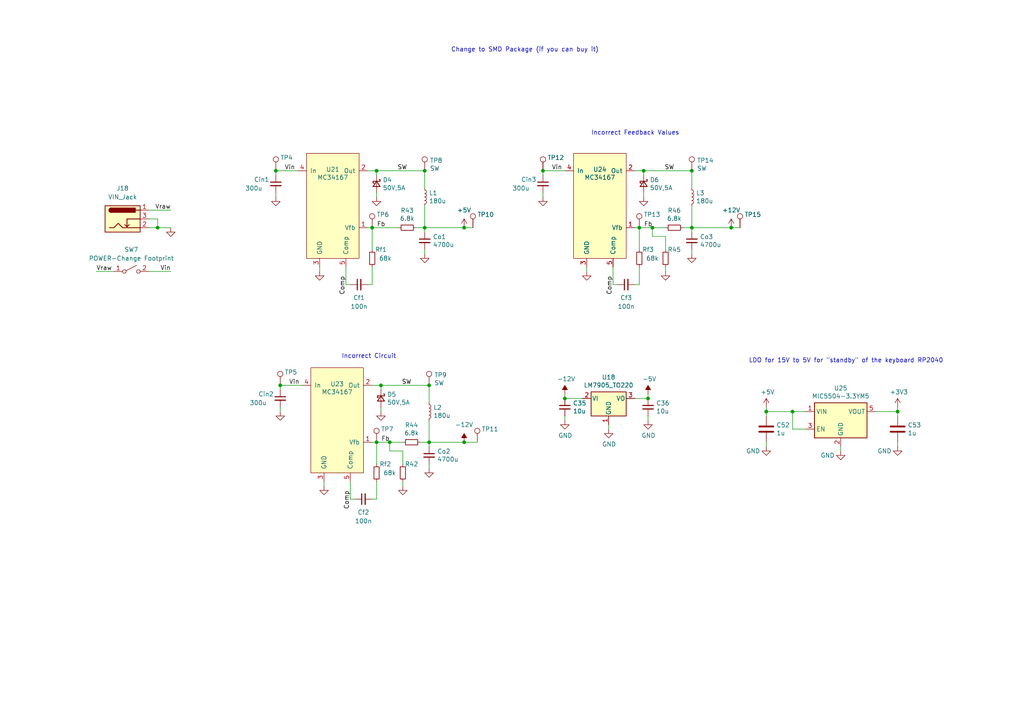
<source format=kicad_sch>
(kicad_sch (version 20211123) (generator eeschema)
  (paper "A4")
  (lib_symbols
    (symbol "Connector:Barrel_Jack_Switch" (pin_names hide)
      (property "Reference" "J" (at 0 5.334 0))
      (property "Value" "Barrel_Jack_Switch" (at 0 -5.08 0))
      (symbol "Barrel_Jack_Switch_0_1"
        (rectangle (start -5.08 3.81) (end 5.08 -3.81) (stroke (width 0.254)) (fill (type background)))
        (arc (start -3.302 3.175) (mid -3.937 2.54) (end -3.302 1.905) (stroke (width 0.254)))
        (arc (start -3.302 3.175) (mid -3.937 2.54) (end -3.302 1.905) (stroke (width 0.254)) (fill (type outline)))
        (polyline (pts (xy 1.27 -2.286) (xy 1.905 -1.651)) (stroke (width 0.254)))
        (polyline (pts (xy 5.08 2.54) (xy 3.81 2.54)) (stroke (width 0.254)))
        (polyline (pts (xy 5.08 0) (xy 1.27 0) (xy 1.27 -2.286) (xy 0.635 -1.651)) (stroke (width 0.254)))
        (polyline (pts (xy -3.81 -2.54) (xy -2.54 -2.54) (xy -1.27 -1.27) (xy 0 -2.54) (xy 2.54 -2.54) (xy 5.08 -2.54)) (stroke (width 0.254)))
        (rectangle (start 3.683 3.175) (end -3.302 1.905) (stroke (width 0.254)) (fill (type outline)))
      )
      (symbol "Barrel_Jack_Switch_1_1"
        (pin passive line (at 7.62 2.54 180) (length 2.54) (name "~") (number "1"))
        (pin passive line (at 7.62 -2.54 180) (length 2.54) (name "~") (number "2"))
        (pin passive line (at 7.62 0 180) (length 2.54) (name "~") (number "3"))
      )
    )
    (symbol "Connector:TestPoint" (pin_numbers hide) (pin_names (offset 0.762) hide)
      (property "Reference" "TP" (at 0 6.858 0))
      (property "Value" "TestPoint" (at 0 5.08 0))
      (symbol "TestPoint_0_1"
        (circle (center 0 3.302) (radius 0.762))
      )
      (symbol "TestPoint_1_1"
        (pin passive line (at 0 0 90) (length 2.54) (name "1") (number "1"))
      )
    )
    (symbol "Device:C" (pin_numbers hide) (pin_names (offset 0.254))
      (property "Reference" "C" (at 0.635 2.54 0))
      (property "Value" "C" (at 0.635 -2.54 0))
      (symbol "C_0_1"
        (polyline (pts (xy -2.032 -0.762) (xy 2.032 -0.762)) (stroke (width 0.508)))
        (polyline (pts (xy -2.032 0.762) (xy 2.032 0.762)) (stroke (width 0.508)))
      )
      (symbol "C_1_1"
        (pin passive line (at 0 3.81 270) (length 2.794) (name "~") (number "1"))
        (pin passive line (at 0 -3.81 90) (length 2.794) (name "~") (number "2"))
      )
    )
    (symbol "Device:D_Schottky_Small" (pin_numbers hide) (pin_names (offset 0.254) hide)
      (property "Reference" "D" (at -1.27 2.032 0))
      (property "Value" "D_Schottky_Small" (at -7.112 -2.032 0))
      (symbol "D_Schottky_Small_0_1"
        (polyline (pts (xy -0.762 0) (xy 0.762 0)))
        (polyline (pts (xy 0.762 -1.016) (xy -0.762 0) (xy 0.762 1.016) (xy 0.762 -1.016)) (stroke (width 0.254)))
        (polyline (pts (xy -1.27 0.762) (xy -1.27 1.016) (xy -0.762 1.016) (xy -0.762 -1.016) (xy -0.254 -1.016) (xy -0.254 -0.762)) (stroke (width 0.254)))
      )
      (symbol "D_Schottky_Small_1_1"
        (pin passive line (at -2.54 0 0) (length 1.778) (name "K") (number "1"))
        (pin passive line (at 2.54 0 180) (length 1.778) (name "A") (number "2"))
      )
    )
    (symbol "Device:L_Small" (pin_numbers hide) (pin_names (offset 0.254) hide)
      (property "Reference" "L" (at 0.762 1.016 0))
      (property "Value" "L_Small" (at 0.762 -1.016 0))
      (symbol "L_Small_0_1"
        (arc (start 0 -2.032) (mid 0.508 -1.524) (end 0 -1.016))
        (arc (start 0 -1.016) (mid 0.508 -0.508) (end 0 0))
        (arc (start 0 0) (mid 0.508 0.508) (end 0 1.016))
        (arc (start 0 1.016) (mid 0.508 1.524) (end 0 2.032))
      )
      (symbol "L_Small_1_1"
        (pin passive line (at 0 2.54 270) (length 0.508) (name "~") (number "1"))
        (pin passive line (at 0 -2.54 90) (length 0.508) (name "~") (number "2"))
      )
    )
    (symbol "My_Library:C_0805" (pin_numbers hide) (pin_names (offset 0.254) hide)
      (property "Reference" "C" (at 0.254 1.778 0))
      (property "Value" "My_Library_C_0805" (at 0.254 -2.032 0))
      (symbol "C_0805_0_1"
        (polyline (pts (xy -1.524 -0.508) (xy 1.524 -0.508)) (stroke (width 0.3302)))
        (polyline (pts (xy -1.524 0.508) (xy 1.524 0.508)) (stroke (width 0.3048)))
      )
      (symbol "C_0805_1_1"
        (pin passive line (at 0 2.54 270) (length 2.032) (name "~") (number "1"))
        (pin passive line (at 0 -2.54 90) (length 2.032) (name "~") (number "2"))
      )
    )
    (symbol "My_Library:MC34167" (pin_names (offset 1.016))
      (property "Reference" "U" (at 2.54 24.13 0))
      (property "Value" "MC34167" (at 6.35 21.59 0))
      (symbol "MC34167_0_1"
        (rectangle (start 7.62 19.05) (end -7.62 -11.43) (fill (type background)))
      )
      (symbol "MC34167_1_1"
        (pin input line (at 10.16 -2.54 180) (length 2.54) (name "Vfb") (number "1"))
        (pin input line (at 10.16 13.97 180) (length 2.54) (name "Out") (number "2"))
        (pin input line (at -3.81 -13.97 90) (length 2.54) (name "GND") (number "3"))
        (pin input line (at -10.16 13.97 0) (length 2.54) (name "In") (number "4"))
        (pin input line (at 3.81 -13.97 90) (length 2.54) (name "Comp") (number "5"))
      )
    )
    (symbol "My_Library:R_0805" (pin_numbers hide) (pin_names (offset 0.254) hide)
      (property "Reference" "R" (at 0.762 0.508 0))
      (property "Value" "R_0805" (at 0.762 -1.016 0))
      (symbol "R_0805_0_1"
        (rectangle (start -0.762 1.778) (end 0.762 -1.778) (stroke (width 0.2032)))
      )
      (symbol "R_0805_1_1"
        (pin passive line (at 0 2.54 270) (length 0.762) (name "~") (number "1"))
        (pin passive line (at 0 -2.54 90) (length 0.762) (name "~") (number "2"))
      )
    )
    (symbol "Regulator_Linear:LM7905_TO220" (pin_names (offset 0.254))
      (property "Reference" "U" (at -3.81 -3.175 0))
      (property "Value" "LM7905_TO220" (at 0 -3.175 0))
      (symbol "LM7905_TO220_0_1"
        (rectangle (start -5.08 5.08) (end 5.08 -1.905) (stroke (width 0.254)) (fill (type background)))
      )
      (symbol "LM7905_TO220_1_1"
        (pin power_in line (at 0 7.62 270) (length 2.54) (name "GND") (number "1"))
        (pin power_in line (at -7.62 0 0) (length 2.54) (name "VI") (number "2"))
        (pin power_out line (at 7.62 0 180) (length 2.54) (name "VO") (number "3"))
      )
    )
    (symbol "Regulator_Linear:MIC5504-3.3YM5"
      (property "Reference" "U" (at -7.62 8.89 0))
      (property "Value" "MIC5504-3.3YM5" (at -7.62 6.35 0))
      (symbol "MIC5504-3.3YM5_0_1"
        (rectangle (start -7.62 -5.08) (end 7.62 5.08) (stroke (width 0.254)) (fill (type background)))
      )
      (symbol "MIC5504-3.3YM5_1_1"
        (pin power_in line (at -10.16 2.54 0) (length 2.54) (name "VIN") (number "1"))
        (pin power_in line (at 0 -7.62 90) (length 2.54) (name "GND") (number "2"))
        (pin input line (at -10.16 -2.54 0) (length 2.54) (name "EN") (number "3"))
        (pin no_connect line (at 7.62 -2.54 180) (length 2.54) hide (name "NC") (number "4"))
        (pin power_out line (at 10.16 2.54 180) (length 2.54) (name "VOUT") (number "5"))
      )
    )
    (symbol "Switch:SW_SPST" (pin_names (offset 0) hide)
      (property "Reference" "SW" (at 0 3.175 0))
      (property "Value" "SW_SPST" (at 0 -2.54 0))
      (symbol "SW_SPST_0_0"
        (circle (center -2.032 0) (radius 0.508))
        (polyline (pts (xy -1.524 0.254) (xy 1.524 1.778)))
        (circle (center 2.032 0) (radius 0.508))
      )
      (symbol "SW_SPST_1_1"
        (pin passive line (at -5.08 0 0) (length 2.54) (name "A") (number "1"))
        (pin passive line (at 5.08 0 180) (length 2.54) (name "B") (number "2"))
      )
    )
    (symbol "power:+12V" (power) (pin_names (offset 0))
      (property "Value" "+12V" (at 0 3.556 0))
      (symbol "+12V_0_1"
        (polyline (pts (xy -0.762 1.27) (xy 0 2.54)))
        (polyline (pts (xy 0 0) (xy 0 2.54)))
        (polyline (pts (xy 0 2.54) (xy 0.762 1.27)))
      )
      (symbol "+12V_1_1"
        (pin power_in line (at 0 0 90) (length 0) hide (name "+12V") (number "1"))
      )
    )
    (symbol "power:+3V3" (power) (pin_names (offset 0))
      (property "Value" "+3V3" (at 0 3.556 0))
      (symbol "+3V3_0_1"
        (polyline (pts (xy -0.762 1.27) (xy 0 2.54)))
        (polyline (pts (xy 0 0) (xy 0 2.54)))
        (polyline (pts (xy 0 2.54) (xy 0.762 1.27)))
      )
      (symbol "+3V3_1_1"
        (pin power_in line (at 0 0 90) (length 0) hide (name "+3V3") (number "1"))
      )
    )
    (symbol "power:+5V" (power) (pin_names (offset 0))
      (property "Value" "+5V" (at 0 3.556 0))
      (symbol "+5V_0_1"
        (polyline (pts (xy -0.762 1.27) (xy 0 2.54)))
        (polyline (pts (xy 0 0) (xy 0 2.54)))
        (polyline (pts (xy 0 2.54) (xy 0.762 1.27)))
      )
      (symbol "+5V_1_1"
        (pin power_in line (at 0 0 90) (length 0) hide (name "+5V") (number "1"))
      )
    )
    (symbol "power:-12V" (power) (pin_names (offset 0))
      (property "Value" "-12V" (at 0 3.81 0))
      (symbol "-12V_0_0"
        (pin power_in line (at 0 0 90) (length 0) hide (name "-12V") (number "1"))
      )
      (symbol "-12V_0_1"
        (polyline (pts (xy 0 0) (xy 0 1.27) (xy 0.762 1.27) (xy 0 2.54) (xy -0.762 1.27) (xy 0 1.27)) (fill (type outline)))
      )
    )
    (symbol "power:-5V" (power) (pin_names (offset 0))
      (property "Value" "-5V" (at 0 3.81 0))
      (symbol "-5V_0_0"
        (pin power_in line (at 0 0 90) (length 0) hide (name "-5V") (number "1"))
      )
      (symbol "-5V_0_1"
        (polyline (pts (xy 0 0) (xy 0 1.27) (xy 0.762 1.27) (xy 0 2.54) (xy -0.762 1.27) (xy 0 1.27)) (fill (type outline)))
      )
    )
    (symbol "power:GND" (power) (pin_names (offset 0))
      (property "Value" "GND" (at 0 -3.81 0))
      (symbol "GND_0_1"
        (polyline (pts (xy 0 0) (xy 0 -1.27) (xy 1.27 -1.27) (xy 0 -2.54) (xy -1.27 -1.27) (xy 0 -1.27)))
      )
      (symbol "GND_1_1"
        (pin power_in line (at 0 0 270) (length 0) hide (name "GND") (number "1"))
      )
    )
  )
  (junction (at 157.48 49.53))
  (junction (at 200.66 49.53))
  (junction (at 200.66 66.04))
  (junction (at 81.28 111.76))
  (junction (at 113.03 128.27))
  (junction (at 123.19 66.04))
  (junction (at 134.62 66.04))
  (junction (at 80.01 49.53))
  (junction (at 109.22 128.27))
  (junction (at 212.09 66.04))
  (junction (at 260.35 119.38))
  (junction (at 163.83 115.57))
  (junction (at 185.42 66.04))
  (junction (at 109.22 49.53))
  (junction (at 189.23 66.04))
  (junction (at 107.95 66.04))
  (junction (at 110.49 111.76))
  (junction (at 222.25 119.38))
  (junction (at 229.87 119.38))
  (junction (at 124.46 128.27))
  (junction (at 187.96 115.57))
  (junction (at 186.69 49.53))
  (junction (at 123.19 49.53))
  (junction (at 134.62 128.27))
  (junction (at 124.46 111.76))
  (junction (at 45.72 66.04))
  (wire (pts (xy 45.72 63.5) (xy 45.72 66.04)))
  (wire (pts (xy 109.22 139.7) (xy 109.22 144.78)))
  (wire (pts (xy 106.68 66.04) (xy 107.95 66.04)))
  (wire (pts (xy 107.95 111.76) (xy 110.49 111.76)))
  (wire (pts (xy 109.22 128.27) (xy 113.03 128.27)))
  (wire (pts (xy 243.84 130.81) (xy 243.84 129.54)))
  (wire (pts (xy 176.53 123.19) (xy 176.53 124.46)))
  (wire (pts (xy 186.69 50.8) (xy 186.69 49.53)))
  (wire (pts (xy 187.96 120.65) (xy 187.96 121.92)))
  (wire (pts (xy 200.66 72.39) (xy 200.66 73.66)))
  (wire (pts (xy 100.33 82.55) (xy 101.6 82.55)))
  (wire (pts (xy 184.15 49.53) (xy 186.69 49.53)))
  (wire (pts (xy 260.35 128.27) (xy 260.35 129.54)))
  (wire (pts (xy 87.63 111.76) (xy 81.28 111.76)))
  (wire (pts (xy 116.84 139.7) (xy 116.84 140.97)))
  (wire (pts (xy 189.23 66.04) (xy 193.04 66.04)))
  (wire (pts (xy 80.01 49.53) (xy 80.01 50.8)))
  (wire (pts (xy 45.72 66.04) (xy 49.53 66.04)))
  (wire (pts (xy 123.19 66.04) (xy 134.62 66.04)))
  (wire (pts (xy 200.66 49.53) (xy 200.66 54.61)))
  (wire (pts (xy 198.12 66.04) (xy 200.66 66.04)))
  (wire (pts (xy 187.96 114.3) (xy 187.96 115.57)))
  (wire (pts (xy 212.09 66.04) (xy 214.63 66.04)))
  (wire (pts (xy 260.35 119.38) (xy 260.35 120.65)))
  (wire (pts (xy 101.6 139.7) (xy 101.6 144.78)))
  (wire (pts (xy 107.95 144.78) (xy 109.22 144.78)))
  (wire (pts (xy 222.25 119.38) (xy 222.25 120.65)))
  (wire (pts (xy 124.46 128.27) (xy 124.46 121.92)))
  (wire (pts (xy 193.04 68.58) (xy 189.23 68.58)))
  (wire (pts (xy 49.53 60.96) (xy 43.18 60.96)))
  (wire (pts (xy 189.23 68.58) (xy 189.23 66.04)))
  (wire (pts (xy 93.98 139.7) (xy 93.98 140.97)))
  (wire (pts (xy 106.68 49.53) (xy 109.22 49.53)))
  (wire (pts (xy 121.92 128.27) (xy 124.46 128.27)))
  (wire (pts (xy 184.15 66.04) (xy 185.42 66.04)))
  (wire (pts (xy 233.68 124.46) (xy 229.87 124.46)))
  (wire (pts (xy 124.46 134.62) (xy 124.46 135.89)))
  (wire (pts (xy 116.84 130.81) (xy 113.03 130.81)))
  (wire (pts (xy 107.95 66.04) (xy 115.57 66.04)))
  (wire (pts (xy 80.01 55.88) (xy 80.01 57.15)))
  (wire (pts (xy 107.95 77.47) (xy 107.95 82.55)))
  (wire (pts (xy 120.65 66.04) (xy 123.19 66.04)))
  (wire (pts (xy 123.19 66.04) (xy 123.19 59.69)))
  (wire (pts (xy 177.8 82.55) (xy 179.07 82.55)))
  (wire (pts (xy 233.68 119.38) (xy 229.87 119.38)))
  (wire (pts (xy 43.18 63.5) (xy 45.72 63.5)))
  (wire (pts (xy 113.03 128.27) (xy 116.84 128.27)))
  (wire (pts (xy 109.22 49.53) (xy 123.19 49.53)))
  (wire (pts (xy 186.69 55.88) (xy 186.69 57.15)))
  (wire (pts (xy 106.68 82.55) (xy 107.95 82.55)))
  (wire (pts (xy 185.42 77.47) (xy 185.42 82.55)))
  (wire (pts (xy 43.18 66.04) (xy 45.72 66.04)))
  (wire (pts (xy 157.48 49.53) (xy 157.48 50.8)))
  (wire (pts (xy 110.49 113.03) (xy 110.49 111.76)))
  (wire (pts (xy 177.8 77.47) (xy 177.8 82.55)))
  (wire (pts (xy 222.25 118.11) (xy 222.25 119.38)))
  (wire (pts (xy 229.87 124.46) (xy 229.87 119.38)))
  (wire (pts (xy 92.71 77.47) (xy 92.71 78.74)))
  (wire (pts (xy 107.95 72.39) (xy 107.95 66.04)))
  (wire (pts (xy 200.66 66.04) (xy 200.66 59.69)))
  (wire (pts (xy 163.83 49.53) (xy 157.48 49.53)))
  (wire (pts (xy 109.22 55.88) (xy 109.22 57.15)))
  (wire (pts (xy 200.66 67.31) (xy 200.66 66.04)))
  (wire (pts (xy 193.04 72.39) (xy 193.04 68.58)))
  (wire (pts (xy 107.95 128.27) (xy 109.22 128.27)))
  (wire (pts (xy 187.96 115.57) (xy 184.15 115.57)))
  (wire (pts (xy 185.42 72.39) (xy 185.42 66.04)))
  (wire (pts (xy 163.83 115.57) (xy 163.83 114.3)))
  (wire (pts (xy 123.19 72.39) (xy 123.19 73.66)))
  (wire (pts (xy 134.62 128.27) (xy 138.43 128.27)))
  (wire (pts (xy 184.15 82.55) (xy 185.42 82.55)))
  (wire (pts (xy 113.03 130.81) (xy 113.03 128.27)))
  (wire (pts (xy 229.87 119.38) (xy 222.25 119.38)))
  (wire (pts (xy 81.28 111.76) (xy 81.28 113.03)))
  (wire (pts (xy 254 119.38) (xy 260.35 119.38)))
  (wire (pts (xy 124.46 111.76) (xy 124.46 116.84)))
  (wire (pts (xy 134.62 66.04) (xy 137.16 66.04)))
  (wire (pts (xy 124.46 129.54) (xy 124.46 128.27)))
  (wire (pts (xy 101.6 144.78) (xy 102.87 144.78)))
  (wire (pts (xy 116.84 134.62) (xy 116.84 130.81)))
  (wire (pts (xy 186.69 49.53) (xy 200.66 49.53)))
  (wire (pts (xy 110.49 111.76) (xy 124.46 111.76)))
  (wire (pts (xy 170.18 77.47) (xy 170.18 78.74)))
  (wire (pts (xy 123.19 67.31) (xy 123.19 66.04)))
  (wire (pts (xy 49.53 78.74) (xy 43.18 78.74)))
  (wire (pts (xy 200.66 66.04) (xy 212.09 66.04)))
  (wire (pts (xy 168.91 115.57) (xy 163.83 115.57)))
  (wire (pts (xy 222.25 128.27) (xy 222.25 129.54)))
  (wire (pts (xy 163.83 120.65) (xy 163.83 121.92)))
  (wire (pts (xy 124.46 128.27) (xy 134.62 128.27)))
  (wire (pts (xy 100.33 77.47) (xy 100.33 82.55)))
  (wire (pts (xy 157.48 55.88) (xy 157.48 57.15)))
  (wire (pts (xy 109.22 50.8) (xy 109.22 49.53)))
  (wire (pts (xy 193.04 77.47) (xy 193.04 78.74)))
  (wire (pts (xy 109.22 134.62) (xy 109.22 128.27)))
  (wire (pts (xy 86.36 49.53) (xy 80.01 49.53)))
  (wire (pts (xy 81.28 118.11) (xy 81.28 119.38)))
  (wire (pts (xy 123.19 49.53) (xy 123.19 54.61)))
  (wire (pts (xy 27.94 78.74) (xy 33.02 78.74)))
  (wire (pts (xy 260.35 118.11) (xy 260.35 119.38)))
  (wire (pts (xy 110.49 118.11) (xy 110.49 119.38)))
  (wire (pts (xy 185.42 66.04) (xy 189.23 66.04)))
  (text "Change to SMD Package (if you can buy it)" (at 130.81 15.24 0) (effects (font (size 1.27 1.27)) (justify left bottom)))
  (text "LDO for 15V to 5V for \"standby\" of the keyboard RP2040" (at 217.17 105.41 0) (effects (font (size 1.27 1.27)) (justify left bottom)))
  (text "Incorrect Feedback Values" (at 171.45 39.37 0) (effects (font (size 1.27 1.27)) (justify left bottom)))
  (text "Incorrect Circuit	" (at 99.06 104.14 0) (effects (font (size 1.27 1.27)) (justify left bottom)))
  (label "Comp" (at 100.33 80.01 270))
  (label "Vin" (at 82.55 49.53 0))
  (label "Fb" (at 189.23 66.04 180))
  (label "Vin" (at 83.82 111.76 0))
  (label "Vin" (at 160.02 49.53 0))
  (label "Comp" (at 101.6 142.24 270))
  (label "SW" (at 195.58 49.53 180))
  (label "SW" (at 118.11 49.53 180))
  (label "Fb" (at 111.76 66.04 180))
  (label "Vraw" (at 49.53 60.96 180))
  (label "Fb" (at 113.03 128.27 180))
  (label "SW" (at 119.38 111.76 180))
  (label "Comp" (at 177.8 80.01 270))
  (label "Vin" (at 49.53 78.74 180))
  (label "Vraw" (at 27.94 78.74 0))
  (symbol (lib_id "power:-5V") (at 187.96 114.3 0) (unit 1)
    (property "Reference" "#PWR0254" (effects hide))
    (property "Value" "-5V" (at 188.341 109.9058 0))
  )
  (symbol (lib_id "power:+5V") (at 222.25 118.11 0) (unit 1)
    (property "Reference" "#PWR0309" (effects hide))
    (property "Value" "+5V" (at 222.631 113.7158 0))
  )
  (symbol (lib_id "My_Library:R_0805") (at 195.58 66.04 270) (unit 1)
    (property "Reference" "R46" (at 195.58 61.0616 90))
    (property "Value" "6.8k" (at 195.58 63.373 90))
    (property "Footprint" "Resistor_SMD:R_0805_2012Metric" (effects hide))
  )
  (symbol (lib_id "power:GND") (at 49.53 66.04 0) (unit 1)
    (property "Reference" "#PWR0306" (effects hide))
    (property "Value" "GND" (effects hide))
  )
  (symbol (lib_id "My_Library:R_0805") (at 109.22 137.16 0) (unit 1)
    (property "Reference" "Rf2" (at 111.76 134.62 0))
    (property "Value" "68k" (at 113.03 137.16 0))
    (property "Footprint" "Resistor_SMD:R_0805_2012Metric" (effects hide))
  )
  (symbol (lib_id "Connector:TestPoint") (at 157.48 49.53 0) (unit 1)
    (property "Reference" "TP12" (at 158.75 45.72 0) (effects (justify left)))
    (property "Value" "In" (effects hide))
    (property "Footprint" "My Libraries:Harwin-S1751-46-Test-Point" (effects hide))
  )
  (symbol (lib_id "Connector:TestPoint") (at 80.01 49.53 0) (unit 1)
    (property "Reference" "TP4" (at 81.28 45.72 0) (effects (justify left)))
    (property "Value" "In" (effects hide))
    (property "Footprint" "My Libraries:Harwin-S1751-46-Test-Point" (effects hide))
  )
  (symbol (lib_id "Connector:TestPoint") (at 185.42 66.04 0) (unit 1)
    (property "Reference" "TP13" (at 186.69 62.23 0) (effects (justify left)))
    (property "Value" "FB" (effects hide))
    (property "Footprint" "My Libraries:Harwin-S1751-46-Test-Point" (effects hide))
  )
  (symbol (lib_id "My_Library:C_0805") (at 200.66 69.85 0) (unit 1)
    (property "Reference" "Co3" (at 202.9968 68.6816 0) (effects (justify left)))
    (property "Value" "4700u" (at 202.9968 70.993 0) (effects (justify left)))
    (property "Footprint" "Capacitor_SMD:CP_Elec_18x17.5" (effects hide))
  )
  (symbol (lib_id "My_Library:C_0805") (at 181.61 82.55 90) (unit 1)
    (property "Reference" "Cf3" (at 181.61 86.36 90))
    (property "Value" "100n" (at 181.61 88.9 90))
    (property "Footprint" "Capacitor_SMD:C_0805_2012Metric" (effects hide))
  )
  (symbol (lib_id "My_Library:MC34167") (at 97.79 125.73 0) (unit 1)
    (property "Reference" "U23" (at 97.79 111.379 0))
    (property "Value" "MC34167" (at 97.79 113.6904 0))
    (property "Footprint" "Package_TO_SOT_THT:TO-220-5_P3.4x3.7mm_StaggerOdd_Lead3.8mm_Vertical" (effects hide))
  )
  (symbol (lib_id "My_Library:C_0805") (at 123.19 69.85 0) (unit 1)
    (property "Reference" "Co1" (at 125.5268 68.6816 0) (effects (justify left)))
    (property "Value" "4700u" (at 125.5268 70.993 0) (effects (justify left)))
    (property "Footprint" "Capacitor_SMD:CP_Elec_18x17.5" (effects hide))
  )
  (symbol (lib_id "Regulator_Linear:MIC5504-3.3YM5") (at 243.84 121.92 0) (unit 1)
    (property "Reference" "U25" (at 243.84 112.5982 0))
    (property "Value" "MIC5504-3.3YM5" (at 243.84 114.9096 0))
    (property "Footprint" "Package_TO_SOT_SMD:SOT-23-5" (effects hide))
    (property "Datasheet" "http://ww1.microchip.com/downloads/en/DeviceDoc/MIC550X.pdf" (effects hide))
  )
  (symbol (lib_id "power:-12V") (at 163.83 114.3 0) (unit 1)
    (property "Reference" "#PWR0252" (effects hide))
    (property "Value" "-12V" (at 164.211 109.9058 0))
  )
  (symbol (lib_id "power:+5V") (at 134.62 66.04 0) (unit 1)
    (property "Reference" "#PWR0296" (effects hide))
    (property "Value" "+5V" (at 134.62 60.96 0))
  )
  (symbol (lib_id "My_Library:C_0805") (at 81.28 115.57 0) (unit 1)
    (property "Reference" "Cin2" (at 74.93 114.3 0) (effects (justify left)))
    (property "Value" "300u" (at 72.39 116.84 0) (effects (justify left)))
    (property "Footprint" "Capacitor_SMD:CP_Elec_8x10.5" (effects hide))
    (property "SPN" "10AH2449" (effects hide))
  )
  (symbol (lib_id "power:GND") (at 92.71 78.74 0) (unit 1)
    (property "Reference" "#PWR0293" (effects hide))
    (property "Value" "GND" (effects hide))
  )
  (symbol (lib_id "power:GND") (at 163.83 121.92 0) (unit 1)
    (property "Reference" "#PWR0253" (effects hide))
    (property "Value" "GND" (at 163.957 126.3142 0))
  )
  (symbol (lib_id "Device:C") (at 260.35 124.46 0) (unit 1)
    (property "Reference" "C53" (at 263.271 123.2916 0) (effects (justify left)))
    (property "Value" "1u" (at 263.271 125.603 0) (effects (justify left)))
    (property "Footprint" "Capacitor_SMD:C_0805_2012Metric" (effects hide))
  )
  (symbol (lib_id "power:+3V3") (at 260.35 118.11 0) (unit 1)
    (property "Reference" "#PWR0308" (effects hide))
    (property "Value" "+3V3" (at 260.731 113.7158 0))
  )
  (symbol (lib_id "power:GND") (at 110.49 119.38 0) (unit 1)
    (property "Reference" "#PWR0303" (effects hide))
    (property "Value" "GND" (effects hide))
  )
  (symbol (lib_id "Connector:TestPoint") (at 109.22 128.27 0) (unit 1)
    (property "Reference" "TP7" (at 110.49 124.46 0) (effects (justify left)))
    (property "Value" "FB" (effects hide))
    (property "Footprint" "My Libraries:Harwin-S1751-46-Test-Point" (effects hide))
  )
  (symbol (lib_id "My_Library:R_0805") (at 118.11 66.04 270) (unit 1)
    (property "Reference" "R43" (at 118.11 61.0616 90))
    (property "Value" "6.8k" (at 118.11 63.373 90))
    (property "Footprint" "Resistor_SMD:R_0805_2012Metric" (effects hide))
  )
  (symbol (lib_id "Device:C") (at 222.25 124.46 0) (unit 1)
    (property "Reference" "C52" (at 225.171 123.2916 0) (effects (justify left)))
    (property "Value" "1u" (at 225.171 125.603 0) (effects (justify left)))
    (property "Footprint" "Capacitor_SMD:C_0805_2012Metric" (effects hide))
  )
  (symbol (lib_id "power:GND") (at 170.18 78.74 0) (unit 1)
    (property "Reference" "#PWR0289" (effects hide))
    (property "Value" "GND" (effects hide))
  )
  (symbol (lib_id "power:GND") (at 187.96 121.92 0) (unit 1)
    (property "Reference" "#PWR0256" (effects hide))
    (property "Value" "GND" (at 188.087 126.3142 0))
  )
  (symbol (lib_id "My_Library:C_0805") (at 104.14 82.55 90) (unit 1)
    (property "Reference" "Cf1" (at 104.14 86.36 90))
    (property "Value" "100n" (at 104.14 88.9 90))
    (property "Footprint" "Capacitor_SMD:C_0805_2012Metric" (effects hide))
  )
  (symbol (lib_id "Regulator_Linear:LM7905_TO220") (at 176.53 115.57 0) (mirror x) (unit 1)
    (property "Reference" "U18" (at 176.53 109.4232 0))
    (property "Value" "LM7905_TO220" (at 176.53 111.7346 0))
    (property "Footprint" "Package_TO_SOT_THT:TO-220-3_Vertical" (effects hide))
    (property "Datasheet" "https://www.onsemi.com/pub/Collateral/MC7900-D.PDF" (effects hide))
  )
  (symbol (lib_id "Connector:TestPoint") (at 200.66 49.53 0) (unit 1)
    (property "Reference" "TP14" (at 202.1332 46.5328 0) (effects (justify left)))
    (property "Value" "SW" (at 202.1332 48.8442 0) (effects (justify left)))
    (property "Footprint" "My Libraries:Harwin-S1751-46-Test-Point" (effects hide))
  )
  (symbol (lib_id "power:GND") (at 124.46 135.89 0) (unit 1)
    (property "Reference" "#PWR0300" (effects hide))
    (property "Value" "GND" (effects hide))
  )
  (symbol (lib_id "power:-12V") (at 134.62 128.27 0) (unit 1)
    (property "Reference" "#PWR0290" (effects hide))
    (property "Value" "-12V" (at 134.62 123.19 0))
  )
  (symbol (lib_id "power:GND") (at 81.28 119.38 0) (unit 1)
    (property "Reference" "#PWR0292" (effects hide))
    (property "Value" "GND" (effects hide))
  )
  (symbol (lib_id "power:+12V") (at 212.09 66.04 0) (unit 1)
    (property "Reference" "#PWR0295" (effects hide))
    (property "Value" "+12V" (at 212.09 60.96 0))
  )
  (symbol (lib_id "My_Library:C_0805") (at 124.46 132.08 0) (unit 1)
    (property "Reference" "Co2" (at 126.7968 130.9116 0) (effects (justify left)))
    (property "Value" "4700u" (at 126.7968 133.223 0) (effects (justify left)))
    (property "Footprint" "Capacitor_SMD:CP_Elec_18x17.5" (effects hide))
  )
  (symbol (lib_id "Connector:TestPoint") (at 123.19 49.53 0) (unit 1)
    (property "Reference" "TP8" (at 124.6632 46.5328 0) (effects (justify left)))
    (property "Value" "SW" (at 124.6632 48.8442 0) (effects (justify left)))
    (property "Footprint" "My Libraries:Harwin-S1751-46-Test-Point" (effects hide))
  )
  (symbol (lib_id "power:GND") (at 93.98 140.97 0) (unit 1)
    (property "Reference" "#PWR0302" (effects hide))
    (property "Value" "GND" (effects hide))
  )
  (symbol (lib_id "Connector:TestPoint") (at 137.16 66.04 0) (unit 1)
    (property "Reference" "TP10" (at 138.43 62.23 0) (effects (justify left)))
    (property "Value" "Out" (effects hide))
    (property "Footprint" "My Libraries:Harwin-S1751-46-Test-Point" (effects hide))
  )
  (symbol (lib_id "Device:D_Schottky_Small") (at 109.22 53.34 270) (unit 1)
    (property "Reference" "D4" (at 110.998 52.1716 90) (effects (justify left)))
    (property "Value" "50V,5A" (at 110.998 54.483 90) (effects (justify left)))
    (property "Footprint" "Diode_SMD:D_SMC" (effects hide))
    (property "MFN" "B540C-13-F" (effects hide))
  )
  (symbol (lib_id "power:GND") (at 116.84 140.97 0) (unit 1)
    (property "Reference" "#PWR0301" (effects hide))
    (property "Value" "GND" (effects hide))
  )
  (symbol (lib_id "My_Library:R_0805") (at 119.38 128.27 270) (unit 1)
    (property "Reference" "R44" (at 119.38 123.2916 90))
    (property "Value" "6.8k" (at 119.38 125.603 90))
    (property "Footprint" "Resistor_SMD:R_0805_2012Metric" (effects hide))
  )
  (symbol (lib_id "My_Library:C_0805") (at 157.48 53.34 0) (unit 1)
    (property "Reference" "Cin3" (at 151.13 52.07 0) (effects (justify left)))
    (property "Value" "300u" (at 148.59 54.61 0) (effects (justify left)))
    (property "Footprint" "Capacitor_SMD:CP_Elec_8x10.5" (effects hide))
    (property "SPN" "10AH2449" (effects hide))
  )
  (symbol (lib_id "My_Library:MC34167") (at 173.99 63.5 0) (unit 1)
    (property "Reference" "U24" (at 173.99 49.149 0))
    (property "Value" "MC34167" (at 173.99 51.4604 0))
    (property "Footprint" "Package_TO_SOT_THT:TO-220-5_P3.4x3.7mm_StaggerOdd_Lead3.8mm_Vertical" (effects hide))
  )
  (symbol (lib_id "My_Library:C_0805") (at 80.01 53.34 0) (unit 1)
    (property "Reference" "Cin1" (at 73.66 52.07 0) (effects (justify left)))
    (property "Value" "300u" (at 71.12 54.61 0) (effects (justify left)))
    (property "Footprint" "Capacitor_SMD:CP_Elec_8x10.5" (effects hide))
    (property "SPN" "10AH2449" (effects hide))
  )
  (symbol (lib_id "My_Library:R_0805") (at 116.84 137.16 0) (unit 1)
    (property "Reference" "R42" (at 119.38 134.62 0))
    (property "Value" "k" (effects hide))
    (property "Footprint" "Resistor_SMD:R_0805_2012Metric" (effects hide))
  )
  (symbol (lib_id "My_Library:C_0805") (at 163.83 118.11 0) (unit 1)
    (property "Reference" "C35" (at 166.1668 116.9416 0) (effects (justify left)))
    (property "Value" "10u" (at 166.1668 119.253 0) (effects (justify left)))
    (property "Footprint" "Capacitor_SMD:C_0805_2012Metric" (effects hide))
  )
  (symbol (lib_id "Device:L_Small") (at 124.46 119.38 0) (unit 1)
    (property "Reference" "L2" (at 125.6792 118.2116 0) (effects (justify left)))
    (property "Value" "180u" (at 125.6792 120.523 0) (effects (justify left)))
    (property "Footprint" "Inductor_SMD:L_Bourns_SRR1210A" (effects hide))
    (property "MFN" "SRR1210-181M" (effects hide))
  )
  (symbol (lib_id "power:GND") (at 80.01 57.15 0) (unit 1)
    (property "Reference" "#PWR0305" (effects hide))
    (property "Value" "GND" (effects hide))
  )
  (symbol (lib_id "My_Library:R_0805") (at 193.04 74.93 0) (unit 1)
    (property "Reference" "R45" (at 195.58 72.39 0))
    (property "Value" "k" (effects hide))
    (property "Footprint" "Resistor_SMD:R_0805_2012Metric" (effects hide))
  )
  (symbol (lib_id "Connector:TestPoint") (at 124.46 111.76 0) (unit 1)
    (property "Reference" "TP9" (at 125.9332 108.7628 0) (effects (justify left)))
    (property "Value" "SW" (at 125.9332 111.0742 0) (effects (justify left)))
    (property "Footprint" "My Libraries:Harwin-S1751-46-Test-Point" (effects hide))
  )
  (symbol (lib_id "power:GND") (at 157.48 57.15 0) (unit 1)
    (property "Reference" "#PWR0299" (effects hide))
    (property "Value" "GND" (effects hide))
  )
  (symbol (lib_id "My_Library:C_0805") (at 187.96 118.11 0) (unit 1)
    (property "Reference" "C36" (at 190.2968 116.9416 0) (effects (justify left)))
    (property "Value" "10u" (at 190.2968 119.253 0) (effects (justify left)))
    (property "Footprint" "Capacitor_SMD:C_0805_2012Metric" (effects hide))
  )
  (symbol (lib_id "Device:L_Small") (at 200.66 57.15 0) (unit 1)
    (property "Reference" "L3" (at 201.8792 55.9816 0) (effects (justify left)))
    (property "Value" "180u" (at 201.8792 58.293 0) (effects (justify left)))
    (property "Footprint" "Inductor_SMD:L_Bourns_SRR1210A" (effects hide))
    (property "MFN" "SRR1210-181M" (effects hide))
  )
  (symbol (lib_id "power:GND") (at 243.84 130.81 0) (unit 1)
    (property "Reference" "#PWR0310" (effects hide))
    (property "Value" "GND" (at 240.03 132.08 0))
  )
  (symbol (lib_id "My_Library:C_0805") (at 105.41 144.78 90) (unit 1)
    (property "Reference" "Cf2" (at 105.41 148.59 90))
    (property "Value" "100n" (at 105.41 151.13 90))
    (property "Footprint" "Capacitor_SMD:C_0805_2012Metric" (effects hide))
  )
  (symbol (lib_id "Connector:TestPoint") (at 214.63 66.04 0) (unit 1)
    (property "Reference" "TP15" (at 215.9 62.23 0) (effects (justify left)))
    (property "Value" "Out" (effects hide))
    (property "Footprint" "My Libraries:Harwin-S1751-46-Test-Point" (effects hide))
  )
  (symbol (lib_id "power:GND") (at 109.22 57.15 0) (unit 1)
    (property "Reference" "#PWR0304" (effects hide))
    (property "Value" "GND" (effects hide))
  )
  (symbol (lib_id "Connector:TestPoint") (at 138.43 128.27 0) (unit 1)
    (property "Reference" "TP11" (at 139.7 124.46 0) (effects (justify left)))
    (property "Value" "Out" (effects hide))
    (property "Footprint" "My Libraries:Harwin-S1751-46-Test-Point" (effects hide))
  )
  (symbol (lib_id "Device:D_Schottky_Small") (at 186.69 53.34 270) (unit 1)
    (property "Reference" "D6" (at 188.468 52.1716 90) (effects (justify left)))
    (property "Value" "50V,5A" (at 188.468 54.483 90) (effects (justify left)))
    (property "Footprint" "Diode_SMD:D_SMC" (effects hide))
    (property "MFN" "B540C-13-F" (effects hide))
  )
  (symbol (lib_id "My_Library:R_0805") (at 107.95 74.93 0) (unit 1)
    (property "Reference" "Rf1" (at 110.49 72.39 0))
    (property "Value" "68k" (at 111.76 74.93 0))
    (property "Footprint" "Resistor_SMD:R_0805_2012Metric" (effects hide))
  )
  (symbol (lib_id "My_Library:MC34167") (at 96.52 63.5 0) (unit 1)
    (property "Reference" "U21" (at 96.52 49.149 0))
    (property "Value" "MC34167" (at 96.52 51.4604 0))
    (property "Footprint" "Package_TO_SOT_THT:TO-220-5_P3.4x3.7mm_StaggerOdd_Lead3.8mm_Vertical" (effects hide))
  )
  (symbol (lib_id "Device:L_Small") (at 123.19 57.15 0) (unit 1)
    (property "Reference" "L1" (at 124.4092 55.9816 0) (effects (justify left)))
    (property "Value" "180u" (at 124.4092 58.293 0) (effects (justify left)))
    (property "Footprint" "Inductor_SMD:L_Bourns_SRR1210A" (effects hide))
    (property "MFN" "SRR1210-181M" (effects hide))
  )
  (symbol (lib_id "power:GND") (at 193.04 78.74 0) (unit 1)
    (property "Reference" "#PWR0291" (effects hide))
    (property "Value" "GND" (effects hide))
  )
  (symbol (lib_id "My_Library:R_0805") (at 185.42 74.93 0) (unit 1)
    (property "Reference" "Rf3" (at 187.96 72.39 0))
    (property "Value" "68k" (at 189.23 74.93 0))
    (property "Footprint" "Resistor_SMD:R_0805_2012Metric" (effects hide))
  )
  (symbol (lib_id "Connector:TestPoint") (at 107.95 66.04 0) (unit 1)
    (property "Reference" "TP6" (at 109.22 62.23 0) (effects (justify left)))
    (property "Value" "FB" (effects hide))
    (property "Footprint" "My Libraries:Harwin-S1751-46-Test-Point" (effects hide))
  )
  (symbol (lib_id "Connector:Barrel_Jack_Switch") (at 35.56 63.5 0) (unit 1)
    (property "Reference" "J18" (at 35.56 54.61 0))
    (property "Value" "VIN_Jack" (at 35.56 57.15 0))
    (property "Footprint" "Connector_BarrelJack:BarrelJack_Horizontal" (effects hide))
  )
  (symbol (lib_id "power:GND") (at 186.69 57.15 0) (unit 1)
    (property "Reference" "#PWR0298" (effects hide))
    (property "Value" "GND" (effects hide))
  )
  (symbol (lib_id "Connector:TestPoint") (at 81.28 111.76 0) (unit 1)
    (property "Reference" "TP5" (at 82.55 107.95 0) (effects (justify left)))
    (property "Value" "In" (effects hide))
    (property "Footprint" "My Libraries:Harwin-S1751-46-Test-Point" (effects hide))
  )
  (symbol (lib_id "Device:D_Schottky_Small") (at 110.49 115.57 270) (unit 1)
    (property "Reference" "D5" (at 112.268 114.4016 90) (effects (justify left)))
    (property "Value" "50V,5A" (at 112.268 116.713 90) (effects (justify left)))
    (property "Footprint" "Diode_SMD:D_SMC" (effects hide))
    (property "MFN" "B540C-13-F" (effects hide))
  )
  (symbol (lib_id "power:GND") (at 222.25 129.54 0) (unit 1)
    (property "Reference" "#PWR0307" (effects hide))
    (property "Value" "GND" (at 218.44 130.81 0))
  )
  (symbol (lib_id "power:GND") (at 200.66 73.66 0) (unit 1)
    (property "Reference" "#PWR0294" (effects hide))
    (property "Value" "GND" (effects hide))
  )
  (symbol (lib_id "Switch:SW_SPST") (at 38.1 78.74 0) (unit 1)
    (property "Reference" "SW7" (at 38.1 72.39 0))
    (property "Value" "POWER-Change Footprint" (at 38.1 74.93 0))
    (property "Footprint" "Connector_PinHeader_2.54mm:PinHeader_1x02_P2.54mm_Vertical" (effects hide))
  )
  (symbol (lib_id "power:GND") (at 123.19 73.66 0) (unit 1)
    (property "Reference" "#PWR0297" (effects hide))
    (property "Value" "GND" (effects hide))
  )
  (symbol (lib_id "power:GND") (at 260.35 129.54 0) (unit 1)
    (property "Reference" "#PWR0311" (effects hide))
    (property "Value" "GND" (at 256.54 130.81 0))
  )
  (symbol (lib_id "power:GND") (at 176.53 124.46 0) (unit 1)
    (property "Reference" "#PWR0255" (effects hide))
    (property "Value" "GND" (at 176.657 128.8542 0))
  )
)
</source>
